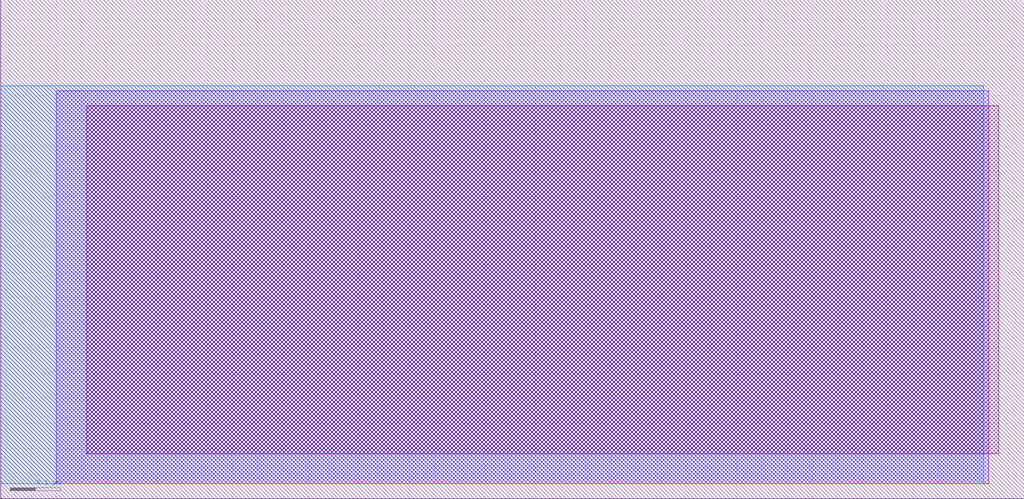
<source format=lef>
VERSION 5.7 ;
  NOWIREEXTENSIONATPIN ON ;
  DIVIDERCHAR "/" ;
  BUSBITCHARS "[]" ;
UNITS
  DATABASE MICRONS 200 ;
END UNITS

LAYER via2
  TYPE CUT ;
END via2

LAYER via
  TYPE CUT ;
END via

LAYER nwell
  TYPE MASTERSLICE ;
END nwell

LAYER via3
  TYPE CUT ;
END via3

LAYER pwell
  TYPE MASTERSLICE ;
END pwell

LAYER via4
  TYPE CUT ;
END via4

LAYER mcon
  TYPE CUT ;
END mcon

LAYER met6
  TYPE ROUTING ;
  WIDTH 0.030000 ;
  SPACING 0.040000 ;
  DIRECTION HORIZONTAL ;
END met6

LAYER met1
  TYPE ROUTING ;
  WIDTH 0.140000 ;
  SPACING 0.140000 ;
  DIRECTION HORIZONTAL ;
END met1

LAYER met3
  TYPE ROUTING ;
  WIDTH 0.300000 ;
  SPACING 0.300000 ;
  DIRECTION HORIZONTAL ;
END met3

LAYER met2
  TYPE ROUTING ;
  WIDTH 0.140000 ;
  SPACING 0.140000 ;
  DIRECTION HORIZONTAL ;
END met2

LAYER met4
  TYPE ROUTING ;
  WIDTH 0.300000 ;
  SPACING 0.300000 ;
  DIRECTION HORIZONTAL ;
END met4

LAYER met5
  TYPE ROUTING ;
  WIDTH 1.600000 ;
  SPACING 1.600000 ;
  DIRECTION HORIZONTAL ;
END met5

LAYER li1
  TYPE ROUTING ;
  WIDTH 0.170000 ;
  SPACING 0.170000 ;
  DIRECTION HORIZONTAL ;
END li1

MACRO /home/bjmuld/work/hilas/fastlane/PDKs/sky130A_hilas/libs.ref/sky130_hilas_sc/mag/sky130_hilas_pFETdevice01e
  CLASS BLOCK ;
  FOREIGN /home/bjmuld/work/hilas/fastlane/PDKs/sky130A_hilas/libs.ref/sky130_hilas_sc/mag/sky130_hilas_pFETdevice01e ;
  ORIGIN 1.210 0.550 ;
  SIZE 2.030 BY 0.990 ;
  OBS
      LAYER li1 ;
        RECT -1.040 -0.460 0.770 0.230 ;
      LAYER met1 ;
        RECT -1.100 -0.520 0.750 0.260 ;
      LAYER met2 ;
        RECT -1.210 -0.520 0.740 0.270 ;
  END
END /home/bjmuld/work/hilas/fastlane/PDKs/sky130A_hilas/libs.ref/sky130_hilas_sc/mag/sky130_hilas_pFETdevice01e
END LIBRARY


</source>
